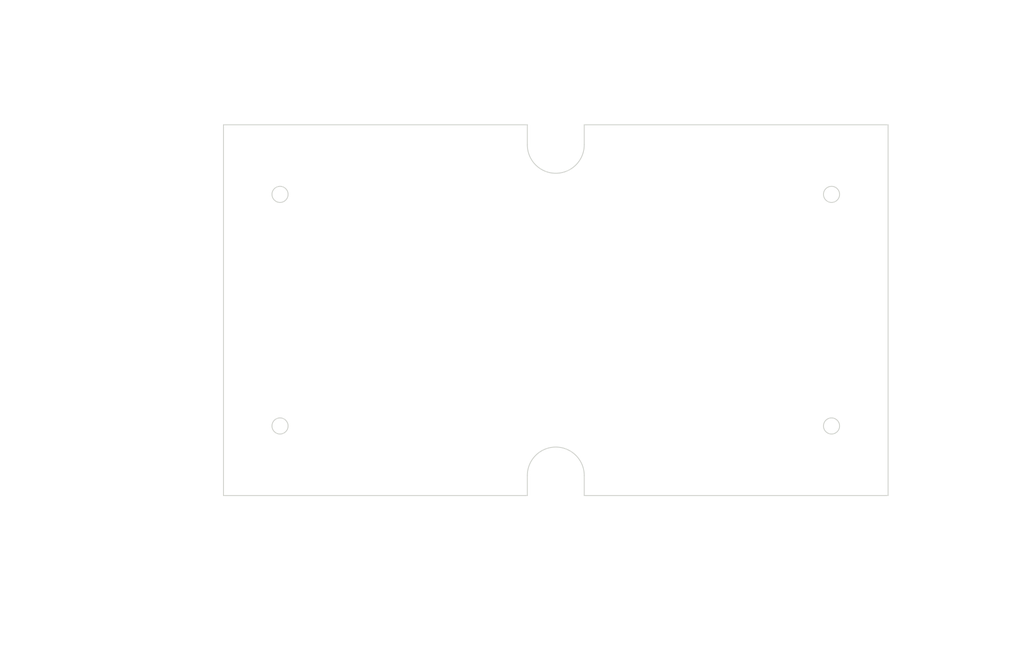
<source format=kicad_pcb>
(kicad_pcb (version 20171130) (host pcbnew "(5.1.0)-1")

  (general
    (thickness 1.6)
    (drawings 76)
    (tracks 0)
    (zones 0)
    (modules 0)
    (nets 1)
  )

  (page A4)
  (layers
    (0 F.Cu signal)
    (31 B.Cu signal)
    (32 B.Adhes user)
    (33 F.Adhes user)
    (34 B.Paste user)
    (35 F.Paste user)
    (36 B.SilkS user)
    (37 F.SilkS user)
    (38 B.Mask user)
    (39 F.Mask user)
    (40 Dwgs.User user)
    (41 Cmts.User user)
    (42 Eco1.User user)
    (43 Eco2.User user)
    (44 Edge.Cuts user)
    (45 Margin user)
    (46 B.CrtYd user)
    (47 F.CrtYd user)
    (48 B.Fab user)
    (49 F.Fab user)
  )

  (setup
    (last_trace_width 0.25)
    (trace_clearance 0.2)
    (zone_clearance 0.508)
    (zone_45_only no)
    (trace_min 0.2)
    (via_size 0.8)
    (via_drill 0.4)
    (via_min_size 0.4)
    (via_min_drill 0.3)
    (uvia_size 0.3)
    (uvia_drill 0.1)
    (uvias_allowed no)
    (uvia_min_size 0.2)
    (uvia_min_drill 0.1)
    (edge_width 0.05)
    (segment_width 0.2)
    (pcb_text_width 0.3)
    (pcb_text_size 1.5 1.5)
    (mod_edge_width 0.12)
    (mod_text_size 1 1)
    (mod_text_width 0.15)
    (pad_size 1.524 1.524)
    (pad_drill 0.762)
    (pad_to_mask_clearance 0.051)
    (solder_mask_min_width 0.25)
    (aux_axis_origin 0 0)
    (visible_elements FFFFFF7F)
    (pcbplotparams
      (layerselection 0x010fc_ffffffff)
      (usegerberextensions false)
      (usegerberattributes false)
      (usegerberadvancedattributes false)
      (creategerberjobfile false)
      (excludeedgelayer true)
      (linewidth 0.152400)
      (plotframeref false)
      (viasonmask false)
      (mode 1)
      (useauxorigin false)
      (hpglpennumber 1)
      (hpglpenspeed 20)
      (hpglpendiameter 15.000000)
      (psnegative false)
      (psa4output false)
      (plotreference true)
      (plotvalue true)
      (plotinvisibletext false)
      (padsonsilk false)
      (subtractmaskfromsilk false)
      (outputformat 1)
      (mirror false)
      (drillshape 1)
      (scaleselection 1)
      (outputdirectory ""))
  )

  (net 0 "")

  (net_class Default "This is the default net class."
    (clearance 0.2)
    (trace_width 0.25)
    (via_dia 0.8)
    (via_drill 0.4)
    (uvia_dia 0.3)
    (uvia_drill 0.1)
  )

  (gr_line (start 72.0858 44.592934) (end 138.194451 44.592934) (layer Edge.Cuts) (width 0.2))
  (gr_line (start 72.0858 125.260634) (end 72.0858 44.592934) (layer Edge.Cuts) (width 0.2))
  (gr_line (start 138.194451 125.260634) (end 72.0858 125.260634) (layer Edge.Cuts) (width 0.2))
  (gr_line (start 138.194451 120.903172) (end 138.194451 125.260634) (layer Edge.Cuts) (width 0.2))
  (gr_arc (start 144.3858 120.903172) (end 150.57715 120.903172) (angle -180) (layer Edge.Cuts) (width 0.2))
  (gr_line (start 150.57715 125.260634) (end 150.57715 120.903172) (layer Edge.Cuts) (width 0.2))
  (gr_line (start 216.6858 125.260634) (end 150.57715 125.260634) (layer Edge.Cuts) (width 0.2))
  (gr_line (start 216.6858 44.592934) (end 216.6858 125.260634) (layer Edge.Cuts) (width 0.2))
  (gr_line (start 150.57715 44.592934) (end 216.6858 44.592934) (layer Edge.Cuts) (width 0.2))
  (gr_line (start 150.57715 48.950397) (end 150.57715 44.592934) (layer Edge.Cuts) (width 0.2))
  (gr_arc (start 144.3858 48.950397) (end 138.194451 48.950397) (angle -180) (layer Edge.Cuts) (width 0.2))
  (gr_line (start 138.194451 44.592934) (end 138.194451 48.950397) (layer Edge.Cuts) (width 0.2))
  (gr_circle (center 84.3933 59.734784) (end 86.1459 59.734784) (layer Edge.Cuts) (width 0.2))
  (gr_circle (center 84.3933 110.118784) (end 86.1459 110.118784) (layer Edge.Cuts) (width 0.2))
  (gr_circle (center 204.3783 59.734784) (end 206.1309 59.734784) (layer Edge.Cuts) (width 0.2))
  (gr_circle (center 204.3783 110.118784) (end 206.1309 110.118784) (layer Edge.Cuts) (width 0.2))
  (gr_text [.60] (at 62.0858 119.57917) (layer Dwgs.User)
    (effects (font (size 1.7 1.53) (thickness 0.2125)))
  )
  (gr_text " 15.14" (at 62.0858 116.021735) (layer Dwgs.User)
    (effects (font (size 1.7 1.53) (thickness 0.2125)))
  )
  (gr_line (start 62.0858 112.118784) (end 62.0858 114.132274) (layer Dwgs.User) (width 0.2))
  (gr_line (start 62.0858 123.260634) (end 62.0858 121.247144) (layer Dwgs.User) (width 0.2))
  (gr_line (start 83.3933 110.118784) (end 58.9108 110.118784) (layer Dwgs.User) (width 0.2))
  (gr_line (start 71.0858 125.260634) (end 58.9108 125.260634) (layer Dwgs.User) (width 0.2))
  (gr_text [.48] (at 65.230103 137.150095) (layer Dwgs.User)
    (effects (font (size 1.7 1.53) (thickness 0.2125)))
  )
  (gr_text " 12.31" (at 65.230103 133.59208) (layer Dwgs.User)
    (effects (font (size 1.7 1.53) (thickness 0.2125)))
  )
  (gr_line (start 72.0858 135.260634) (end 69.113527 135.260634) (layer Dwgs.User) (width 0.2))
  (gr_line (start 82.3933 135.260634) (end 74.0858 135.260634) (layer Dwgs.User) (width 0.2))
  (gr_line (start 84.3933 111.118784) (end 84.3933 138.435634) (layer Dwgs.User) (width 0.2))
  (gr_line (start 72.0858 126.260634) (end 72.0858 138.435634) (layer Dwgs.User) (width 0.2))
  (gr_text [.42] (at 236.939891 63.00354) (layer Dwgs.User)
    (effects (font (size 1.7 1.53) (thickness 0.2125)))
  )
  (gr_text " 10.55" (at 236.939891 59.446104) (layer Dwgs.User)
    (effects (font (size 1.7 1.53) (thickness 0.2125)))
  )
  (gr_line (start 242.993779 61.114079) (end 240.993779 61.114079) (layer Dwgs.User) (width 0.2))
  (gr_line (start 242.993779 55.141746) (end 242.993779 61.114079) (layer Dwgs.User) (width 0.2))
  (gr_line (start 242.993779 46.592934) (end 242.993779 53.141746) (layer Dwgs.User) (width 0.2))
  (gr_line (start 217.6858 44.592934) (end 246.168779 44.592934) (layer Dwgs.User) (width 0.2))
  (gr_line (start 145.3858 55.141746) (end 246.168779 55.141746) (layer Dwgs.User) (width 0.2))
  (gr_text [5.69] (at 147.710426 156.652783) (layer Dwgs.User)
    (effects (font (size 1.7 1.53) (thickness 0.2125)))
  )
  (gr_text " 144.60" (at 147.710426 153.095348) (layer Dwgs.User)
    (effects (font (size 1.7 1.53) (thickness 0.2125)))
  )
  (gr_line (start 74.0858 154.763322) (end 143.005412 154.763322) (layer Dwgs.User) (width 0.2))
  (gr_line (start 214.6858 154.763322) (end 152.41544 154.763322) (layer Dwgs.User) (width 0.2))
  (gr_line (start 72.0858 126.260634) (end 72.0858 157.938322) (layer Dwgs.User) (width 0.2))
  (gr_line (start 216.6858 126.260634) (end 216.6858 157.938322) (layer Dwgs.User) (width 0.2))
  (gr_text [3.18] (at 27.494523 85.045489) (layer Dwgs.User)
    (effects (font (size 1.7 1.53) (thickness 0.2125)))
  )
  (gr_text " 80.67" (at 27.494523 81.488054) (layer Dwgs.User)
    (effects (font (size 1.7 1.53) (thickness 0.2125)))
  )
  (gr_line (start 27.494523 46.592934) (end 27.494523 79.598593) (layer Dwgs.User) (width 0.2))
  (gr_line (start 27.494523 123.260634) (end 27.494523 86.713463) (layer Dwgs.User) (width 0.2))
  (gr_line (start 71.0858 44.592934) (end 24.319523 44.592934) (layer Dwgs.User) (width 0.2))
  (gr_line (start 71.0858 125.260634) (end 24.319523 125.260634) (layer Dwgs.User) (width 0.2))
  (gr_text [.49] (at 160.621442 22.609221) (layer Dwgs.User)
    (effects (font (size 1.7 1.53) (thickness 0.2125)))
  )
  (gr_text " 12.38" (at 160.621442 19.051206) (layer Dwgs.User)
    (effects (font (size 1.7 1.53) (thickness 0.2125)))
  )
  (gr_line (start 150.57715 20.719759) (end 156.572192 20.719759) (layer Dwgs.User) (width 0.2))
  (gr_line (start 140.194451 20.719759) (end 148.57715 20.719759) (layer Dwgs.User) (width 0.2))
  (gr_line (start 138.194451 43.592934) (end 138.194451 17.544759) (layer Dwgs.User) (width 0.2))
  (gr_line (start 150.57715 43.592934) (end 150.57715 17.544759) (layer Dwgs.User) (width 0.2))
  (gr_text [2.60] (at 105.974728 22.784159) (layer Dwgs.User)
    (effects (font (size 1.7 1.53) (thickness 0.2125)))
  )
  (gr_text " 66.11" (at 105.974728 19.226724) (layer Dwgs.User)
    (effects (font (size 1.7 1.53) (thickness 0.2125)))
  )
  (gr_line (start 136.194451 20.894698) (end 109.858153 20.894698) (layer Dwgs.User) (width 0.2))
  (gr_line (start 74.0858 20.894698) (end 102.091304 20.894698) (layer Dwgs.User) (width 0.2))
  (gr_line (start 138.194451 43.592934) (end 138.194451 17.719698) (layer Dwgs.User) (width 0.2))
  (gr_line (start 72.0858 43.592934) (end 72.0858 17.719698) (layer Dwgs.User) (width 0.2))
  (gr_text [4.72] (at 147.261487 141.057412) (layer Dwgs.User)
    (effects (font (size 1.7 1.53) (thickness 0.2125)))
  )
  (gr_text " 119.99" (at 147.261487 137.499976) (layer Dwgs.User)
    (effects (font (size 1.7 1.53) (thickness 0.2125)))
  )
  (gr_line (start 86.3933 139.16795) (end 142.551835 139.16795) (layer Dwgs.User) (width 0.2))
  (gr_line (start 202.3783 139.16795) (end 151.971139 139.16795) (layer Dwgs.User) (width 0.2))
  (gr_line (start 84.3933 111.118784) (end 84.3933 142.34295) (layer Dwgs.User) (width 0.2))
  (gr_line (start 204.3783 111.118784) (end 204.3783 142.34295) (layer Dwgs.User) (width 0.2))
  (gr_text [1.98] (at 47.117668 85.737867) (layer Dwgs.User)
    (effects (font (size 1.7 1.53) (thickness 0.2125)))
  )
  (gr_text " 50.38" (at 47.117668 82.179852) (layer Dwgs.User)
    (effects (font (size 1.7 1.53) (thickness 0.2125)))
  )
  (gr_line (start 47.117668 108.118784) (end 47.117668 87.406421) (layer Dwgs.User) (width 0.2))
  (gr_line (start 47.117668 61.734784) (end 47.117668 80.290391) (layer Dwgs.User) (width 0.2))
  (gr_line (start 83.3933 110.118784) (end 43.942668 110.118784) (layer Dwgs.User) (width 0.2))
  (gr_line (start 83.3933 59.734784) (end 43.942668 59.734784) (layer Dwgs.User) (width 0.2))
  (gr_line (start 84.3933 59.824784) (end 84.3933 59.644784) (layer Dwgs.User) (width 0.2))
  (gr_line (start 84.3033 59.734784) (end 84.4833 59.734784) (layer Dwgs.User) (width 0.2))
  (gr_text " ∅3.51\n[∅0.14]" (at 57.374753 51.981848) (layer Dwgs.User)
    (effects (font (size 1.7 1.53) (thickness 0.2125)))
  )
  (gr_line (start 63.911622 51.981848) (end 80.883722 58.406302) (layer Dwgs.User) (width 0.2))
  (gr_line (start 61.911622 51.981848) (end 63.911622 51.981848) (layer Dwgs.User) (width 0.2))

)

</source>
